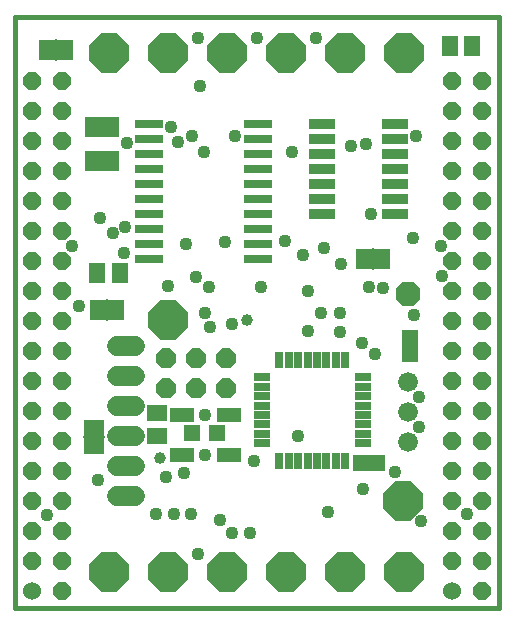
<source format=gts>
G75*
%MOIN*%
%OFA0B0*%
%FSLAX24Y24*%
%IPPOS*%
%LPD*%
%AMOC8*
5,1,8,0,0,1.08239X$1,22.5*
%
%ADD10C,0.0160*%
%ADD11R,0.0560X0.0280*%
%ADD12R,0.0280X0.0560*%
%ADD13OC8,0.0660*%
%ADD14OC8,0.1310*%
%ADD15R,0.0532X0.0532*%
%ADD16C,0.0660*%
%ADD17C,0.0600*%
%ADD18OC8,0.0600*%
%ADD19R,0.0560X0.1060*%
%ADD20R,0.1060X0.0560*%
%ADD21R,0.0520X0.0690*%
%ADD22R,0.0060X0.0720*%
%ADD23R,0.0926X0.0296*%
%ADD24R,0.0572X0.0651*%
%ADD25R,0.0860X0.0320*%
%ADD26R,0.1123X0.0690*%
%ADD27C,0.0660*%
%ADD28OC8,0.0820*%
%ADD29R,0.0690X0.0520*%
%ADD30R,0.0720X0.0060*%
%ADD31R,0.0847X0.0493*%
%ADD32R,0.0651X0.0572*%
%ADD33C,0.0436*%
%ADD34C,0.0397*%
D10*
X001046Y000180D02*
X017188Y000180D01*
X017188Y019865D01*
X001046Y019865D01*
X001046Y000180D01*
D11*
X009277Y005660D03*
X009277Y005975D03*
X009277Y006290D03*
X009277Y006605D03*
X009277Y006920D03*
X009277Y007235D03*
X009277Y007550D03*
X009277Y007865D03*
X012657Y007865D03*
X012657Y007550D03*
X012657Y007235D03*
X012657Y006920D03*
X012657Y006605D03*
X012657Y006290D03*
X012657Y005975D03*
X012657Y005660D03*
D12*
X012069Y005073D03*
X011754Y005073D03*
X011440Y005073D03*
X011125Y005073D03*
X010810Y005073D03*
X010495Y005073D03*
X010180Y005073D03*
X009865Y005073D03*
X009865Y008453D03*
X010180Y008453D03*
X010495Y008453D03*
X010810Y008453D03*
X011125Y008453D03*
X011440Y008453D03*
X011754Y008453D03*
X012069Y008453D03*
D13*
X008085Y008507D03*
X008085Y007507D03*
X007085Y007507D03*
X007085Y008507D03*
X006085Y008507D03*
X006085Y007507D03*
D14*
X006169Y009771D03*
X006164Y001361D03*
X008132Y001361D03*
X010101Y001361D03*
X012069Y001361D03*
X014038Y001361D03*
X013983Y003751D03*
X004195Y001361D03*
X004195Y018684D03*
X006164Y018684D03*
X008132Y018684D03*
X010101Y018684D03*
X012069Y018684D03*
X014038Y018684D03*
D15*
X007782Y006015D03*
X006955Y006015D03*
D16*
X005054Y005908D02*
X004454Y005908D01*
X004454Y004908D02*
X005054Y004908D01*
X005054Y003908D02*
X004454Y003908D01*
X004454Y006908D02*
X005054Y006908D01*
X005054Y007908D02*
X004454Y007908D01*
X004454Y008908D02*
X005054Y008908D01*
D17*
X001617Y000735D03*
X015617Y000735D03*
D18*
X016617Y000735D03*
X016617Y001735D03*
X016617Y002735D03*
X016617Y003735D03*
X016617Y004735D03*
X016617Y005735D03*
X016617Y006735D03*
X016617Y007735D03*
X016617Y008735D03*
X016617Y009735D03*
X016617Y010735D03*
X016617Y011735D03*
X016617Y012735D03*
X016617Y013735D03*
X016617Y014735D03*
X016617Y015735D03*
X016617Y016735D03*
X016617Y017735D03*
X015617Y017735D03*
X015617Y016735D03*
X015617Y015735D03*
X015617Y014735D03*
X015617Y013735D03*
X015617Y012735D03*
X015617Y011735D03*
X015617Y010735D03*
X015617Y009735D03*
X015617Y008735D03*
X015617Y007735D03*
X015617Y006735D03*
X015617Y005735D03*
X015617Y004735D03*
X015617Y003735D03*
X015617Y002735D03*
X015617Y001735D03*
X002617Y001735D03*
X002617Y000735D03*
X001617Y001735D03*
X001617Y002735D03*
X001617Y003735D03*
X001617Y004735D03*
X001617Y005735D03*
X001617Y006735D03*
X001617Y007735D03*
X001617Y008735D03*
X001617Y009735D03*
X001617Y010735D03*
X001617Y011735D03*
X001617Y012735D03*
X001617Y013735D03*
X001617Y014735D03*
X001617Y015735D03*
X001617Y016735D03*
X001617Y017735D03*
X002617Y017735D03*
X002617Y016735D03*
X002617Y015735D03*
X002617Y014735D03*
X002617Y013735D03*
X002617Y012735D03*
X002617Y011735D03*
X002617Y010735D03*
X002617Y009735D03*
X002617Y008735D03*
X002617Y007735D03*
X002617Y006735D03*
X002617Y005735D03*
X002617Y004735D03*
X002617Y003735D03*
X002617Y002735D03*
D19*
X014224Y008903D03*
D20*
X012857Y004995D03*
D21*
X012683Y011792D03*
X013283Y011792D03*
X004425Y010089D03*
X003825Y010089D03*
X002736Y018782D03*
X002136Y018782D03*
D22*
X002436Y018782D03*
X004125Y010089D03*
X012983Y011792D03*
D23*
X009156Y011788D03*
X009156Y012288D03*
X009156Y012788D03*
X009156Y013288D03*
X009156Y013788D03*
X009156Y014288D03*
X009156Y014788D03*
X009156Y015288D03*
X009156Y015788D03*
X009156Y016288D03*
X005534Y016288D03*
X005534Y015788D03*
X005534Y015288D03*
X005534Y014788D03*
X005534Y014288D03*
X005534Y013788D03*
X005534Y013288D03*
X005534Y012788D03*
X005534Y012288D03*
X005534Y011788D03*
D24*
X004550Y011322D03*
X003802Y011322D03*
X015558Y018889D03*
X016306Y018889D03*
D25*
X013712Y016306D03*
X013712Y015806D03*
X013712Y015306D03*
X013712Y014806D03*
X013712Y014306D03*
X013712Y013806D03*
X013712Y013306D03*
X011292Y013306D03*
X011292Y013806D03*
X011292Y014306D03*
X011292Y014806D03*
X011292Y015306D03*
X011292Y015806D03*
X011292Y016306D03*
D26*
X003967Y016188D03*
X003967Y015086D03*
D27*
X014144Y007696D03*
X014144Y006696D03*
X014144Y005696D03*
D28*
X014144Y010633D03*
D29*
X003686Y006180D03*
X003686Y005580D03*
D30*
X003686Y005880D03*
D31*
X006618Y005271D03*
X006618Y006609D03*
X008193Y006609D03*
X008193Y005271D03*
D32*
X005786Y005906D03*
X005786Y006654D03*
D33*
X007406Y006600D03*
X007406Y005280D03*
X006686Y004680D03*
X006095Y004544D03*
X006350Y003288D03*
X006938Y003288D03*
X007886Y003120D03*
X008298Y002660D03*
X008904Y002656D03*
X007172Y001979D03*
X005762Y003288D03*
X003841Y004452D03*
X002132Y003271D03*
X007559Y009550D03*
X007406Y010020D03*
X007526Y010860D03*
X007106Y011220D03*
X006146Y010920D03*
X006746Y012288D03*
X008069Y012361D03*
X009266Y010860D03*
X008282Y009644D03*
X010646Y011940D03*
X011366Y012180D03*
X011932Y011629D03*
X012866Y010860D03*
X013315Y010831D03*
X014369Y009928D03*
X015278Y011239D03*
X015266Y012240D03*
X014341Y012495D03*
X012920Y013302D03*
X012774Y015637D03*
X012251Y015562D03*
X010294Y015365D03*
X008400Y015912D03*
X007365Y015373D03*
X006942Y015912D03*
X006506Y015720D03*
X006266Y016200D03*
X007219Y017570D03*
X007152Y019156D03*
X009109Y019156D03*
X011101Y019156D03*
X014432Y015893D03*
X010046Y012420D03*
X010826Y010740D03*
X011246Y010020D03*
X010826Y009420D03*
X011906Y009360D03*
X011906Y010020D03*
X012626Y009000D03*
X013058Y008652D03*
X014520Y007204D03*
X014532Y006208D03*
X013715Y004708D03*
X012668Y004141D03*
X011479Y003371D03*
X010487Y005889D03*
X009014Y005074D03*
X014606Y003060D03*
X016136Y003310D03*
X004778Y015660D03*
X003877Y013156D03*
X004310Y012656D03*
X004739Y012869D03*
X004706Y012000D03*
X002966Y012240D03*
X003191Y010251D03*
D34*
X005906Y005160D03*
X008786Y009780D03*
M02*

</source>
